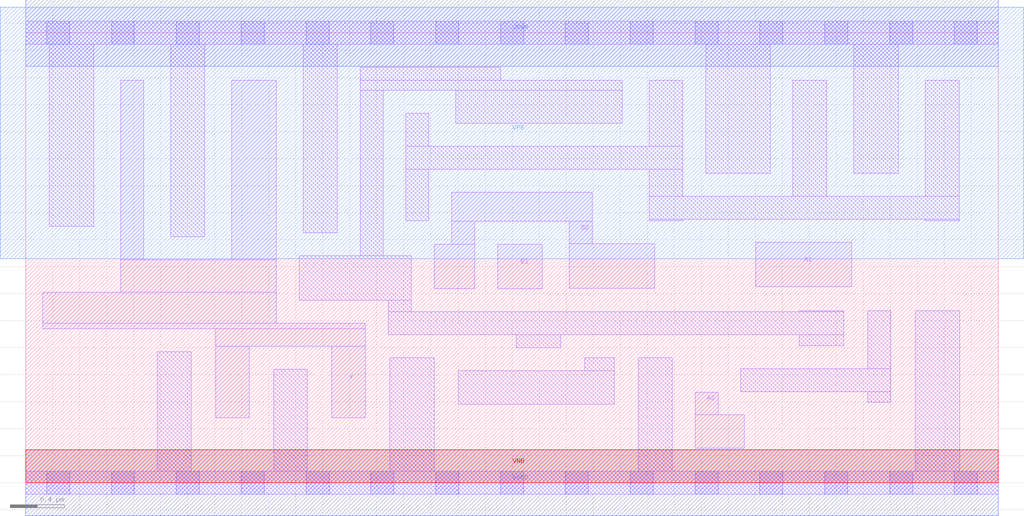
<source format=lef>
# Copyright 2020 The SkyWater PDK Authors
#
# Licensed under the Apache License, Version 2.0 (the "License");
# you may not use this file except in compliance with the License.
# You may obtain a copy of the License at
#
#     https://www.apache.org/licenses/LICENSE-2.0
#
# Unless required by applicable law or agreed to in writing, software
# distributed under the License is distributed on an "AS IS" BASIS,
# WITHOUT WARRANTIES OR CONDITIONS OF ANY KIND, either express or implied.
# See the License for the specific language governing permissions and
# limitations under the License.
#
# SPDX-License-Identifier: Apache-2.0

VERSION 5.7 ;
  NOWIREEXTENSIONATPIN ON ;
  DIVIDERCHAR "/" ;
  BUSBITCHARS "[]" ;
MACRO sky130_fd_sc_ls__a22o_4
  CLASS CORE ;
  FOREIGN sky130_fd_sc_ls__a22o_4 ;
  ORIGIN  0.000000  0.000000 ;
  SIZE  7.200000 BY  3.330000 ;
  SYMMETRY X Y ;
  SITE unit ;
  PIN A1
    ANTENNAGATEAREA  0.492000 ;
    DIRECTION INPUT ;
    USE SIGNAL ;
    PORT
      LAYER li1 ;
        RECT 5.405000 1.450000 6.115000 1.780000 ;
    END
  END A1
  PIN A2
    ANTENNAGATEAREA  0.492000 ;
    DIRECTION INPUT ;
    USE SIGNAL ;
    PORT
      LAYER li1 ;
        RECT 4.955000 0.255000 5.320000 0.505000 ;
        RECT 4.955000 0.505000 5.125000 0.670000 ;
    END
  END A2
  PIN B1
    ANTENNAGATEAREA  0.492000 ;
    DIRECTION INPUT ;
    USE SIGNAL ;
    PORT
      LAYER li1 ;
        RECT 3.495000 1.435000 3.825000 1.765000 ;
    END
  END B1
  PIN B2
    ANTENNAGATEAREA  0.492000 ;
    DIRECTION INPUT ;
    USE SIGNAL ;
    PORT
      LAYER li1 ;
        RECT 3.025000 1.435000 3.325000 1.765000 ;
        RECT 3.155000 1.765000 3.325000 1.935000 ;
        RECT 3.155000 1.935000 4.195000 2.150000 ;
        RECT 4.025000 1.440000 4.655000 1.770000 ;
        RECT 4.025000 1.770000 4.195000 1.935000 ;
    END
  END B2
  PIN VNB
    PORT
      LAYER pwell ;
        RECT 0.000000 0.000000 7.200000 0.245000 ;
    END
  END VNB
  PIN VPB
    PORT
      LAYER nwell ;
        RECT -0.190000 1.660000 7.390000 3.520000 ;
    END
  END VPB
  PIN X
    ANTENNADIFFAREA  1.086400 ;
    DIRECTION OUTPUT ;
    USE SIGNAL ;
    PORT
      LAYER li1 ;
        RECT 0.125000 1.140000 2.515000 1.180000 ;
        RECT 0.125000 1.180000 1.855000 1.410000 ;
        RECT 0.705000 1.410000 1.855000 1.650000 ;
        RECT 0.705000 1.650000 0.875000 2.980000 ;
        RECT 1.405000 0.480000 1.655000 1.010000 ;
        RECT 1.405000 1.010000 2.515000 1.140000 ;
        RECT 1.525000 1.650000 1.855000 2.980000 ;
        RECT 2.265000 0.480000 2.515000 1.010000 ;
    END
  END X
  PIN VGND
    DIRECTION INOUT ;
    SHAPE ABUTMENT ;
    USE GROUND ;
    PORT
      LAYER met1 ;
        RECT 0.000000 -0.245000 7.200000 0.245000 ;
    END
  END VGND
  PIN VPWR
    DIRECTION INOUT ;
    SHAPE ABUTMENT ;
    USE POWER ;
    PORT
      LAYER met1 ;
        RECT 0.000000 3.085000 7.200000 3.575000 ;
    END
  END VPWR
  OBS
    LAYER li1 ;
      RECT 0.000000 -0.085000 7.200000 0.085000 ;
      RECT 0.000000  3.245000 7.200000 3.415000 ;
      RECT 0.175000  1.900000 0.505000 3.245000 ;
      RECT 0.975000  0.085000 1.225000 0.970000 ;
      RECT 1.075000  1.820000 1.325000 3.245000 ;
      RECT 1.835000  0.085000 2.085000 0.840000 ;
      RECT 2.025000  1.350000 2.855000 1.680000 ;
      RECT 2.055000  1.850000 2.305000 3.245000 ;
      RECT 2.475000  1.680000 2.645000 2.905000 ;
      RECT 2.475000  2.905000 4.415000 2.980000 ;
      RECT 2.475000  2.980000 3.515000 3.075000 ;
      RECT 2.685000  1.095000 6.055000 1.265000 ;
      RECT 2.685000  1.265000 2.855000 1.350000 ;
      RECT 2.695000  0.085000 3.025000 0.925000 ;
      RECT 2.815000  1.940000 2.985000 2.320000 ;
      RECT 2.815000  2.320000 4.865000 2.490000 ;
      RECT 2.815000  2.490000 2.985000 2.735000 ;
      RECT 3.185000  2.660000 4.415000 2.905000 ;
      RECT 3.200000  0.580000 4.355000 0.830000 ;
      RECT 3.630000  1.000000 3.960000 1.095000 ;
      RECT 4.140000  0.830000 4.355000 0.925000 ;
      RECT 4.535000  0.085000 4.785000 0.925000 ;
      RECT 4.615000  1.940000 4.865000 1.950000 ;
      RECT 4.615000  1.950000 6.910000 2.120000 ;
      RECT 4.615000  2.120000 4.865000 2.320000 ;
      RECT 4.615000  2.490000 4.865000 2.980000 ;
      RECT 5.035000  2.290000 5.510000 3.245000 ;
      RECT 5.295000  0.675000 6.405000 0.845000 ;
      RECT 5.680000  2.120000 5.930000 2.980000 ;
      RECT 5.725000  1.015000 6.055000 1.095000 ;
      RECT 5.725000  1.265000 6.055000 1.275000 ;
      RECT 6.130000  2.290000 6.460000 3.245000 ;
      RECT 6.235000  0.595000 6.405000 0.675000 ;
      RECT 6.235000  0.845000 6.405000 1.275000 ;
      RECT 6.585000  0.085000 6.915000 1.275000 ;
      RECT 6.660000  1.940000 6.910000 1.950000 ;
      RECT 6.660000  2.120000 6.910000 2.980000 ;
    LAYER mcon ;
      RECT 0.155000 -0.085000 0.325000 0.085000 ;
      RECT 0.155000  3.245000 0.325000 3.415000 ;
      RECT 0.635000 -0.085000 0.805000 0.085000 ;
      RECT 0.635000  3.245000 0.805000 3.415000 ;
      RECT 1.115000 -0.085000 1.285000 0.085000 ;
      RECT 1.115000  3.245000 1.285000 3.415000 ;
      RECT 1.595000 -0.085000 1.765000 0.085000 ;
      RECT 1.595000  3.245000 1.765000 3.415000 ;
      RECT 2.075000 -0.085000 2.245000 0.085000 ;
      RECT 2.075000  3.245000 2.245000 3.415000 ;
      RECT 2.555000 -0.085000 2.725000 0.085000 ;
      RECT 2.555000  3.245000 2.725000 3.415000 ;
      RECT 3.035000 -0.085000 3.205000 0.085000 ;
      RECT 3.035000  3.245000 3.205000 3.415000 ;
      RECT 3.515000 -0.085000 3.685000 0.085000 ;
      RECT 3.515000  3.245000 3.685000 3.415000 ;
      RECT 3.995000 -0.085000 4.165000 0.085000 ;
      RECT 3.995000  3.245000 4.165000 3.415000 ;
      RECT 4.475000 -0.085000 4.645000 0.085000 ;
      RECT 4.475000  3.245000 4.645000 3.415000 ;
      RECT 4.955000 -0.085000 5.125000 0.085000 ;
      RECT 4.955000  3.245000 5.125000 3.415000 ;
      RECT 5.435000 -0.085000 5.605000 0.085000 ;
      RECT 5.435000  3.245000 5.605000 3.415000 ;
      RECT 5.915000 -0.085000 6.085000 0.085000 ;
      RECT 5.915000  3.245000 6.085000 3.415000 ;
      RECT 6.395000 -0.085000 6.565000 0.085000 ;
      RECT 6.395000  3.245000 6.565000 3.415000 ;
      RECT 6.875000 -0.085000 7.045000 0.085000 ;
      RECT 6.875000  3.245000 7.045000 3.415000 ;
  END
END sky130_fd_sc_ls__a22o_4
END LIBRARY

</source>
